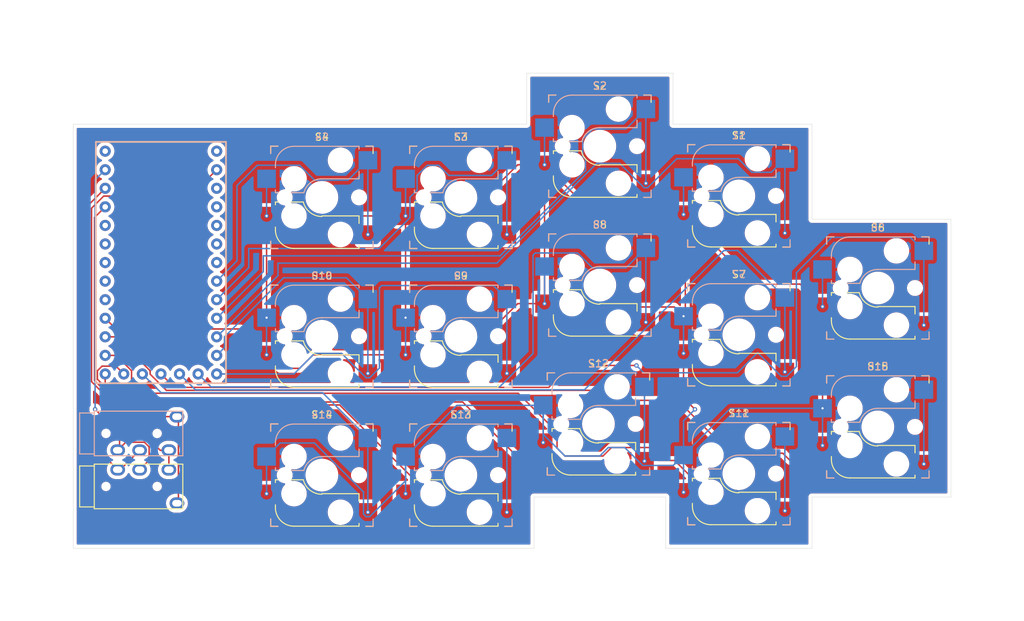
<source format=kicad_pcb>
(kicad_pcb (version 20241229) (generator "pcbnew") (generator_version "9.0")
  (layers (0 "F.Cu" signal) (2 "B.Cu" signal) (13 "F.Paste" user) (15 "B.Paste" user) (5 "F.SilkS" user "F.Silkscreen") (7 "B.SilkS" user "B.Silkscreen") (1 "F.Mask" user) (3 "B.Mask" user) (25 "Edge.Cuts" user))
  (net 0 "")
  (net 1 "Net-(U1-GP22)")
  (net 4 "Net-(U1-GP13)")
  (net 5 "Net-(U1-GP21)")
  (net 6 "Net-(U1-GP27)")
  (net 7 "Net-(U1-GP23)")
  (net 8 "Net-(U1-GP12)")
  (net 9 "Net-(U1-GP20)")
  (net 11 "Net-(U1-GP15)")
  (net 13 "Net-(U1-GP14)")
  (net 14 "Net-(U1-GP8)")
  (net 17 "Net-(U1-GP7)")
  (net 20 "Net-(U1-GP9)")
  (net 22 "Net-(U1-GP16)")
  (net 24 "Net-(U1-GP26)")
  (net 25 "Net-(U1-GP6)")
  (net 28 "Net-(U2-SLEEVE)")
  (net 29 "Net-(U1-GP1)")
  (net 30 "Net-(U1-5v)")
  (net 31 "Net-(U1-GP0)")
  (footprint "keyswitches_daprice:Kailh_socket_MX_reversible" (layer "F.Cu") (at 152 76.4)
    (property "Reference" "S15")
    (property "Value" "Keyswitch")
  )
  (footprint "keyswitches_daprice:Kailh_socket_MX_reversible" (layer "F.Cu") (at 152 57.4)
    (property "Reference" "S6")
    (property "Value" "Keyswitch")
  )
  (footprint "keyswitches_daprice:Kailh_socket_MX_reversible" (layer "F.Cu") (at 95 45)
    (property "Reference" "S3")
    (property "Value" "Keyswitch")
  )
  (footprint "keyswitches_daprice:Kailh_socket_MX_reversible" (layer "F.Cu") (at 76 45)
    (property "Reference" "S4")
    (property "Value" "Keyswitch")
  )
  (footprint "keyswitches_daprice:Kailh_socket_MX_reversible" (layer "F.Cu") (at 133 63.8)
    (property "Reference" "S7")
    (property "Value" "Keyswitch")
  )
  (footprint "ScottoKeebs_MCU:RP2040_Pro_Micro" (layer "F.Cu") (at 54 55.19)
    (property "Reference" "U1" (hide yes))
    (property "Value" "RP2040_Pro_Micro" (hide yes))
  )
  (footprint "keyswitches_daprice:Kailh_socket_MX_reversible" (layer "F.Cu") (at 133 44.8)
    (property "Reference" "S1")
    (property "Value" "Keyswitch")
  )
  (footprint "keyswitches_daprice:Kailh_socket_MX_reversible" (layer "F.Cu") (at 95 64)
    (property "Reference" "S9")
    (property "Value" "Keyswitch")
  )
  (footprint "keyswitches_daprice:Kailh_socket_MX_reversible" (layer "F.Cu") (at 114 38)
    (property "Reference" "S2")
    (property "Value" "Keyswitch")
  )
  (footprint "keyswitches_daprice:Kailh_socket_MX_reversible" (layer "F.Cu") (at 133 82.8)
    (property "Reference" "S11")
    (property "Value" "Keyswitch")
  )
  (footprint "ScottoKeebs_Components:TRRS_PJ-320A" (layer "F.Cu") (at 44.8875 84.55 90)
    (property "Reference" "U2")
    (property "Value" "TRRS" (hide yes))
  )
  (footprint "keyswitches_daprice:Kailh_socket_MX_reversible" (layer "F.Cu") (at 113.81 76)
    (property "Reference" "S12")
    (property "Value" "Keyswitch")
  )
  (footprint "keyswitches_daprice:Kailh_socket_MX_reversible" (layer "F.Cu") (at 114 57)
    (property "Reference" "S8")
    (property "Value" "Keyswitch")
  )
  (footprint "keyswitches_daprice:Kailh_socket_MX_reversible" (layer "F.Cu") (at 76 83)
    (property "Reference" "S14")
    (property "Value" "Keyswitch")
  )
  (footprint "keyswitches_daprice:Kailh_socket_MX_reversible" (layer "F.Cu") (at 95 83)
    (property "Reference" "S13")
    (property "Value" "Keyswitch")
  )
  (footprint "keyswitches_daprice:Kailh_socket_MX_reversible" (layer "F.Cu") (at 76 64)
    (property "Reference" "S10")
    (property "Value" "Keyswitch")
  )
  (footprint "ScottoKeebs_Components:TRRS_PJ-320A" (layer "B.Cu") (at 44.8875 77.3 -90)
    (property "Reference" "U3")
    (property "Value" "TRRS" (hide yes))
  )
  (gr_line (start 123 93) (end 143 93) (stroke (width 0.05)) (layer "Edge.Cuts"))
  (gr_line (start 143 86) (end 162 86) (stroke (width 0.05)) (layer "Edge.Cuts"))
  (gr_line (start 104 35) (end 42 35) (stroke (width 0.05)) (layer "Edge.Cuts"))
  (gr_line (start 162 48) (end 143 48) (stroke (width 0.05)) (layer "Edge.Cuts"))
  (gr_line (start 143 93) (end 143 86) (stroke (width 0.05)) (layer "Edge.Cuts"))
  (gr_line (start 105 86) (end 123 86) (stroke (width 0.05)) (layer "Edge.Cuts"))
  (gr_line (start 143 35) (end 124 35) (stroke (width 0.05)) (layer "Edge.Cuts"))
  (gr_line (start 143 48) (end 143 35) (stroke (width 0.05)) (layer "Edge.Cuts"))
  (gr_line (start 105 93) (end 105 86) (stroke (width 0.05)) (layer "Edge.Cuts"))
  (gr_line (start 42 93) (end 105 93) (stroke (width 0.05)) (layer "Edge.Cuts"))
  (gr_line (start 123 86) (end 123 93) (stroke (width 0.05)) (layer "Edge.Cuts"))
  (gr_line (start 162 86) (end 162 48) (stroke (width 0.05)) (layer "Edge.Cuts"))
  (gr_line (start 124 35) (end 124 28) (stroke (width 0.05)) (layer "Edge.Cuts"))
  (gr_line (start 104 28) (end 104 35) (stroke (width 0.05)) (layer "Edge.Cuts"))
  (gr_line (start 42 35) (end 42 93) (stroke (width 0.05)) (layer "Edge.Cuts"))
  (gr_line (start 124 28) (end 104 28) (stroke (width 0.05)) (layer "Edge.Cuts"))
  (via (at 120.29 43.08) (size 0.6) (drill 0.3) (layers "F.Cu" "B.Cu") (net 1))
  (segment (start 120.29 32.92) (end 117.5549 35.6551) (width 0.2) (layer "B.Cu") (net 1))
  (segment (start 117.5549 35.6551) (end 113.028711 35.6551) (width 0.2) (layer "B.Cu") (net 1))
  (segment (start 113.028711 35.6551) (end 111.6551 37.028711) (width 0.2) (layer "B.Cu") (net 1))
  (segment (start 112.041 39.773291) (end 112.041 41.306709) (width 0.2) (layer "B.Cu") (net 1))
  (segment (start 100.347709 53) (end 68 53) (width 0.2) (layer "B.Cu") (net 1))
  (segment (start 68 53) (end 68 55.16) (width 0.2) (layer "B.Cu") (net 1))
  (segment (start 68 55.16) (end 61.62 61.54) (width 0.2) (layer "B.Cu") (net 1))
  (segment (start 120.29 32.92) (end 120.29 43.08) (width 0.2) (layer "B.Cu") (net 1))
  (segment (start 112.041 41.306709) (end 100.347709 53) (width 0.2) (layer "B.Cu") (net 1))
  (segment (start 111.6551 37.028711) (end 111.6551 39.387391) (width 0.2) (layer "B.Cu") (net 1))
  (segment (start 111.6551 39.387391) (end 112.041 39.773291) (width 0.2) (layer "B.Cu") (net 1))
  (via (at 82.29 88.08) (size 0.6) (drill 0.3) (layers "F.Cu" "B.Cu") (net 4))
  (segment (start 82.29 77.92) (end 76.103 71.733) (width 0.2) (layer "B.Cu") (net 4))
  (segment (start 82.29 77.92) (end 82.29 88.08) (width 0.2) (layer "B.Cu") (net 4))
  (segment (start 54.033 71.733) (end 51.46 69.16) (width 0.2) (layer "B.Cu") (net 4))
  (segment (start 76.103 71.733) (end 54.033 71.733) (width 0.2) (layer "B.Cu") (net 4))
  (via (at 101.29 69.08) (size 0.6) (drill 0.3) (layers "F.Cu" "B.Cu") (net 5))
  (segment (start 75.002809 66.3449) (end 72.187709 69.16) (width 0.2) (layer "B.Cu") (net 5))
  (segment (start 99.439 57.069) (end 84.166 57.069) (width 0.2) (layer "B.Cu") (net 5))
  (segment (start 82.538943 69.681) (end 82.041057 69.681) (width 0.2) (layer "B.Cu") (net 5))
  (segment (start 101.29 58.92) (end 99.439 57.069) (width 0.2) (layer "B.Cu") (net 5))
  (segment (start 78.704957 66.3449) (end 75.002809 66.3449) (width 0.2) (layer "B.Cu") (net 5))
  (segment (start 101.29 58.92) (end 101.29 69.08) (width 0.2) (layer "B.Cu") (net 5))
  (segment (start 72.187709 69.16) (end 61.62 69.16) (width 0.2) (layer "B.Cu") (net 5))
  (segment (start 83.866 68.353943) (end 82.538943 69.681) (width 0.2) (layer "B.Cu") (net 5))
  (segment (start 84.166 57.069) (end 83.866 57.369) (width 0.2) (layer "B.Cu") (net 5))
  (segment (start 82.041057 69.681) (end 78.704957 66.3449) (width 0.2) (layer "B.Cu") (net 5))
  (segment (start 83.866 57.369) (end 83.866 68.353943) (width 0.2) (layer "B.Cu") (net 5))
  (via (at 82.29 50.08) (size 0.6) (drill 0.3) (layers "F.Cu" "B.Cu") (net 6))
  (segment (start 75.002809 42.6551) (end 72.956709 40.609) (width 0.2) (layer "B.Cu") (net 6))
  (segment (start 64.401 43.372) (end 64.401 53.679) (width 0.2) (layer "B.Cu") (net 6))
  (segment (start 72.956709 40.609) (end 67.164 40.609) (width 0.2) (layer "B.Cu") (net 6))
  (segment (start 79.5549 42.6551) (end 75.002809 42.6551) (width 0.2) (layer "B.Cu") (net 6))
  (segment (start 64.401 53.679) (end 61.62 56.46) (width 0.2) (layer "B.Cu") (net 6))
  (segment (start 82.29 39.92) (end 82.29 50.08) (width 0.2) (layer "B.Cu") (net 6))
  (segment (start 67.164 40.609) (end 64.401 43.372) (width 0.2) (layer "B.Cu") (net 6))
  (segment (start 82.29 39.92) (end 79.5549 42.6551) (width 0.2) (layer "B.Cu") (net 6))
  (via (at 82.29 69.08) (size 0.6) (drill 0.3) (layers "F.Cu" "B.Cu") (net 7))
  (segment (start 62.683 65.557) (end 61.62 66.62) (width 0.2) (layer "B.Cu") (net 7))
  (segment (start 82.29 58.92) (end 82.29 69.08) (width 0.2) (layer "B.Cu") (net 7))
  (segment (start 82.29 58.92) (end 79.37 56) (width 0.2) (layer "B.Cu") (net 7))
  (segment (start 79.37 56) (end 70.773 56) (width 0.2) (layer "B.Cu") (net 7))
  (segment (start 62.683 64.09) (end 62.683 65.557) (width 0.2) (layer "B.Cu") (net 7))
  (segment (start 70.773 56) (end 62.683 64.09) (width 0.2) (layer "B.Cu") (net 7))
  (segment (start 45.317 69.8841) (end 45.317 68.71969) (width 0.2) (layer "F.Cu") (net 8))
  (segment (start 45.93969 68.097) (end 47.857 68.097) (width 0.2) (layer "F.Cu") (net 8))
  (segment (start 99.21 86) (end 93.347709 86) (width 0.2) (layer "F.Cu") (net 8))
  (segment (start 93.347709 86) (end 91.956709 87.391) (width 0.2) (layer "F.Cu") (net 8))
  (segment (start 101.29 88.08) (end 99.21 86) (width 0.2) (layer "F.Cu") (net 8))
  (segment (start 91.956709 87.391) (end 90.423291 87.391) (width 0.2) (layer "F.Cu") (net 8))
  (segment (start 89.339 86.306709) (end 89.339 84.312) (width 0.2) (layer "F.Cu") (net 8))
  (segment (start 90.423291 87.391) (end 89.339 86.306709) (width 0.2) (layer "F.Cu") (net 8))
  (segment (start 47.857 68.097) (end 48.92 69.16) (width 0.2) (layer "F.Cu") (net 8))
  (segment (start 48.8339 73.401) (end 45.317 69.8841) (width 0.2) (layer "F.Cu") (net 8))
  (segment (start 78.428 73.401) (end 48.8339 73.401) (width 0.2) (layer "F.Cu") (net 8))
  (segment (start 45.317 68.71969) (end 45.93969 68.097) (width 0.2) (layer "F.Cu") (net 8))
  (segment (start 89.339 84.312) (end 78.428 73.401) (width 0.2) (layer "F.Cu") (net 8))
  (via (at 101.29 88.08) (size 0.6) (drill 0.3) (layers "F.Cu" "B.Cu") (net 8))
  (segment (start 101.29 77.92) (end 101.29 88.08) (width 0.2) (layer "B.Cu") (net 8))
  (via (at 139.29 49.88) (size 0.6) (drill 0.3) (layers "F.Cu" "B.Cu") (net 9))
  (segment (start 132.922291 39.72) (end 124.499943 39.72) (width 0.2) (layer "B.Cu") (net 9))
  (segment (start 113.569909 40.3449) (end 99.914809 54) (width 0.2) (layer "B.Cu") (net 9))
  (segment (start 99.914809 54) (end 70 54) (width 0.2) (layer "B.Cu") (net 9))
  (segment (start 139.29 39.72) (end 139.29 49.88) (width 0.2) (layer "B.Cu") (net 9))
  (segment (start 124.499943 39.72) (end 120.538943 43.681) (width 0.2) (layer "B.Cu") (net 9))
  (segment (start 137.439 41.571) (end 134.773291 41.571) (width 0.2) (layer "B.Cu") (net 9))
  (segment (start 139.29 39.72) (end 137.439 41.571) (width 0.2) (layer "B.Cu") (net 9))
  (segment (start 70 55.7) (end 61.62 64.08) (width 0.2) (layer "B.Cu") (net 9))
  (segment (start 120.538943 43.681) (end 120.041057 43.681) (width 0.2) (layer "B.Cu") (net 9))
  (segment (start 120.041057 43.681) (end 116.704957 40.3449) (width 0.2) (layer "B.Cu") (net 9))
  (segment (start 116.704957 40.3449) (end 113.569909 40.3449) (width 0.2) (layer "B.Cu") (net 9))
  (segment (start 70 54) (end 70 55.7) (width 0.2) (layer "B.Cu") (net 9))
  (segment (start 134.773291 41.571) (end 132.922291 39.72) (width 0.2) (layer "B.Cu") (net 9))
  (via (at 139.29 68.88) (size 0.6) (drill 0.3) (layers "F.Cu" "B.Cu") (net 11))
  (segment (start 132.850943 52.280943) (end 130.939 52.280943) (width 0.2) (layer "B.Cu") (net 11))
  (segment (start 139.29 58.72) (end 132.850943 52.280943) (width 0.2) (layer "B.Cu") (net 11))
  (segment (start 139.29 58.72) (end 139.29 68.88) (width 0.2) (layer "B.Cu") (net 11))
  (segment (start 130.939 52.280943) (end 111.887943 71.332) (width 0.2) (layer "B.Cu") (net 11))
  (segment (start 111.887943 71.332) (end 58.712 71.332) (width 0.2) (layer "B.Cu") (net 11))
  (segment (start 58.712 71.332) (end 56.54 69.16) (width 0.2) (layer "B.Cu") (net 11))
  (segment (start 55.84 71) (end 54 69.16) (width 0.2) (layer "F.Cu") (net 13))
  (segment (start 110 68) (end 107 71) (width 0.2) (layer "F.Cu") (net 13))
  (segment (start 110 68) (end 119 68) (width 0.2) (layer "F.Cu") (net 13))
  (segment (start 107 71) (end 55.84 71) (width 0.2) (layer "F.Cu") (net 13))
  (via (at 119 68) (size 0.6) (drill 0.3) (layers "F.Cu" "B.Cu") (net 13))
  (via (at 158.29 62.48) (size 0.6) (drill 0.3) (layers "F.Cu" "B.Cu") (net 13))
  (segment (start 119 68) (end 120 69) (width 0.2) (layer "B.Cu") (net 13))
  (segment (start 132.802291 69) (end 135.560057 66.242234) (width 0.2) (layer "B.Cu") (net 13))
  (segment (start 135.560057 66.242234) (end 138.798823 69.481) (width 0.2) (layer "B.Cu") (net 13))
  (segment (start 140.866 55.307) (end 145.704 50.469) (width 0.2) (layer "B.Cu") (net 13))
  (segment (start 156.439 50.469) (end 158.29 52.32) (width 0.2) (layer "B.Cu") (net 13))
  (segment (start 120 69) (end 132.802291 69) (width 0.2) (layer "B.Cu") (net 13))
  (segment (start 158.29 52.32) (end 158.29 62.48) (width 0.2) (layer "B.Cu") (net 13))
  (segment (start 140.866 68.153943) (end 140.866 55.307) (width 0.2) (layer "B.Cu") (net 13))
  (segment (start 139.538943 69.481) (end 140.866 68.153943) (width 0.2) (layer "B.Cu") (net 13))
  (segment (start 145.704 50.469) (end 156.439 50.469) (width 0.2) (layer "B.Cu") (net 13))
  (segment (start 138.798823 69.481) (end 139.538943 69.481) (width 0.2) (layer "B.Cu") (net 13))
  (segment (start 115.583291 79.229) (end 114.421291 80.391) (width 0.2) (layer "F.Cu") (net 14))
  (segment (start 132.07 86.029) (end 130.908 87.191) (width 0.2) (layer "F.Cu") (net 14))
  (segment (start 51.802 71.802) (end 49.983 69.983) (width 0.2) (layer "F.Cu") (net 14))
  (segment (start 137.439 86.029) (end 132.07 86.029) (width 0.2) (layer "F.Cu") (net 14))
  (segment (start 121.376 79.229) (end 115.583291 79.229) (width 0.2) (layer "F.Cu") (net 14))
  (segment (start 139.29 87.88) (end 137.439 86.029) (width 0.2) (layer "F.Cu") (net 14))
  (segment (start 102.832257 71.802) (end 51.802 71.802) (width 0.2) (layer "F.Cu") (net 14))
  (segment (start 130.908 87.191) (end 128.423291 87.191) (width 0.2) (layer "F.Cu") (net 14))
  (segment (start 109.233291 80.391) (end 108.149 79.306709) (width 0.2) (layer "F.Cu") (net 14))
  (segment (start 128.423291 87.191) (end 127.016 85.783709) (width 0.2) (layer "F.Cu") (net 14))
  (segment (start 49.983 69.983) (end 49.983 68.71969) (width 0.2) (layer "F.Cu") (net 14))
  (segment (start 49.983 68.71969) (end 47.88331 66.62) (width 0.2) (layer "F.Cu") (net 14))
  (segment (start 108.149 77.118743) (end 102.832257 71.802) (width 0.2) (layer "F.Cu") (net 14))
  (segment (start 122 81) (end 122 79.853) (width 0.2) (layer "F.Cu") (net 14))
  (segment (start 47.88331 66.62) (end 46.38 66.62) (width 0.2) (layer "F.Cu") (net 14))
  (segment (start 108.149 79.306709) (end 108.149 77.118743) (width 0.2) (layer "F.Cu") (net 14))
  (segment (start 114.421291 80.391) (end 109.233291 80.391) (width 0.2) (layer "F.Cu") (net 14))
  (segment (start 127.016 85.783709) (end 127.016 83.789) (width 0.2) (layer "F.Cu") (net 14))
  (segment (start 122 79.853) (end 121.376 79.229) (width 0.2) (layer "F.Cu") (net 14))
  (segment (start 124.227 81) (end 122 81) (width 0.2) (layer "F.Cu") (net 14))
  (segment (start 127.016 83.789) (end 124.227 81) (width 0.2) (layer "F.Cu") (net 14))
  (via (at 139.29 87.88) (size 0.6) (drill 0.3) (layers "F.Cu" "B.Cu") (net 14))
  (segment (start 139.29 77.72) (end 139.29 87.88) (width 0.2) (layer "B.Cu") (net 14))
  (segment (start 54.73769 71.401) (end 52.523 69.18631) (width 0.2) (layer "F.Cu") (net 17))
  (segment (start 139 80) (end 131.849943 80) (width 0.2) (layer "F.Cu") (net 17))
  (segment (start 152.402291 81) (end 140 81) (width 0.2) (layer "F.Cu") (net 17))
  (segment (start 131.849943 80) (end 124.620943 72.771) (width 0.2) (layer "F.Cu") (net 17))
  (segment (start 158.29 81.48) (end 156.439 79.629) (width 0.2) (layer "F.Cu") (net 17))
  (segment (start 115.583291 72.771) (end 114.213291 71.401) (width 0.2) (layer "F.Cu") (net 17))
  (segment (start 52.523 69.18631) (end 52.523 68.71969) (width 0.2) (layer "F.Cu") (net 17))
  (segment (start 156.439 79.629) (end 153.773291 79.629) (width 0.2) (layer "F.Cu") (net 17))
  (segment (start 47.88331 64.08) (end 46.38 64.08) (width 0.2) (layer "F.Cu") (net 17))
  (segment (start 140 81) (end 139 80) (width 0.2) (layer "F.Cu") (net 17))
  (segment (start 153.773291 79.629) (end 152.402291 81) (width 0.2) (layer "F.Cu") (net 17))
  (segment (start 114.213291 71.401) (end 54.73769 71.401) (width 0.2) (layer "F.Cu") (net 17))
  (segment (start 52.523 68.71969) (end 47.88331 64.08) (width 0.2) (layer "F.Cu") (net 17))
  (segment (start 124.620943 72.771) (end 115.583291 72.771) (width 0.2) (layer "F.Cu") (net 17))
  (via (at 158.29 81.48) (size 0.6) (drill 0.3) (layers "F.Cu" "B.Cu") (net 17))
  (segment (start 158.29 71.32) (end 158.29 81.48) (width 0.2) (layer "B.Cu") (net 17))
  (segment (start 105.168709 82.931) (end 95.237709 73) (width 0.2) (layer "F.Cu") (net 20))
  (segment (start 120.1 81.08) (end 118.249 82.931) (width 0.2) (layer "F.Cu") (net 20))
  (segment (start 46.38 70.38) (end 46.38 69.16) (width 0.2) (layer "F.Cu") (net 20))
  (segment (start 118.249 82.931) (end 105.168709 82.931) (width 0.2) (layer "F.Cu") (net 20))
  (segment (start 95.237709 73) (end 49 73) (width 0.2) (layer "F.Cu") (net 20))
  (segment (start 49 73) (end 46.38 70.38) (width 0.2) (layer "F.Cu") (net 20))
  (via (at 120.1 81.08) (size 0.6) (drill 0.3) (layers "F.Cu" "B.Cu") (net 20))
  (segment (start 120.1 70.92) (end 120.1 81.08) (width 0.2) (layer "B.Cu") (net 20))
  (via (at 120.29 62.08) (size 0.6) (drill 0.3) (layers "F.Cu" "B.Cu") (net 22))
  (segment (start 120.29 51.92) (end 117.5549 54.6551) (width 0.2) (layer "B.Cu") (net 22))
  (segment (start 105.164 52.609) (end 104.864 52.909) (width 0.2) (layer "B.Cu") (net 22))
  (segment (start 104.864 66.355943) (end 100.288943 70.931) (width 0.2) (layer "B.Cu") (net 22))
  (segment (start 110.956709 52.609) (end 105.164 52.609) (width 0.2) (layer "B.Cu") (net 22))
  (segment (start 60.851 70.931) (end 59.08 69.16) (width 0.2) (layer "B.Cu") (net 22))
  (segment (start 100.288943 70.931) (end 60.851 70.931) (width 0.2) (layer "B.Cu") (net 22))
  (segment (start 113.002809 54.6551) (end 110.956709 52.609) (width 0.2) (layer "B.Cu") (net 22))
  (segment (start 117.5549 54.6551) (end 113.002809 54.6551) (width 0.2) (layer "B.Cu") (net 22))
  (segment (start 120.29 51.92) (end 120.29 62.08) (width 0.2) (layer "B.Cu") (net 22))
  (segment (start 104.864 52.909) (end 104.864 66.355943) (width 0.2) (layer "B.Cu") (net 22))
  (via (at 101.29 50.08) (size 0.6) (drill 0.3) (layers "F.Cu" "B.Cu") (net 24))
  (segment (start 89.016 44.011) (end 88.041 44.986) (width 0.2) (layer "B.Cu") (net 24))
  (segment (start 101.29 39.92) (end 99.21 42) (width 0.2) (layer "B.Cu") (net 24))
  (segment (start 88.041 44.986) (end 88.041 47.788943) (width 0.2) (layer "B.Cu") (net 24))
  (segment (start 101.29 39.92) (end 101.29 50.08) (width 0.2) (layer "B.Cu") (net 24))
  (segment (start 93.347709 42) (end 91.956709 40.609) (width 0.2) (layer "B.Cu") (net 24))
  (segment (start 89.016 42) (end 89.016 44.011) (width 0.2) (layer "B.Cu") (net 24))
  (segment (start 88.041 47.788943) (end 83.829943 52) (width 0.2) (layer "B.Cu") (net 24))
  (segment (start 83.829943 52) (end 66 52) (width 0.2) (layer "B.Cu") (net 24))
  (segment (start 66 52) (end 66 54.62) (width 0.2) (layer "B.Cu") (net 24))
  (segment (start 99.21 42) (end 93.347709 42) (width 0.2) (layer "B.Cu") (net 24))
  (segment (start 90.407 40.609) (end 89.016 42) (width 0.2) (layer "B.Cu") (net 24))
  (segment (start 91.956709 40.609) (end 90.407 40.609) (width 0.2) (layer "B.Cu") (net 24))
  (segment (start 66 54.62) (end 61.62 59) (width 0.2) (layer "B.Cu") (net 24))
  (segment (start 102.776189 59.54) (end 93.925189 68.391) (width 0.2) (layer "F.Cu") (net 25))
  (segment (start 74.807709 66.54) (end 72.956709 68.391) (width 0.2) (layer "F.Cu") (net 25))
  (segment (start 72.956709 68.391) (end 70.291 68.391) (width 0.2) (layer "F.Cu") (net 25))
  (segment (start 125.44 71.44) (end 126 72) (width 0.2) (layer "F.Cu") (net 25))
  (segment (start 46.38 61.54) (end 47.844 63.004) (width 0.2) (layer "F.Cu") (net 25))
  (segment (start 112.347709 60) (end 110.956709 61.391) (width 0.2) (layer "F.Cu") (net 25))
  (segment (start 89.291 49.391) (end 93.925189 49.391) (width 0.2) (layer "F.Cu") (net 25))
  (segment (start 126 72) (end 126 73) (width 0.2) (layer "F.Cu") (net 25))
  (segment (start 68.44 47.54) (end 70.291 49.391) (width 0.2) (layer "F.Cu") (net 25))
  (segment (start 125.44 47.34) (end 125.685708 47.585708) (width 0.2) (layer "F.Cu") (net 25))
  (segment (start 89.291 68.391) (end 87.44 66.54) (width 0.2) (layer "F.Cu") (net 25))
  (segment (start 124.18 60) (end 112.347709 60) (width 0.2) (layer "F.Cu") (net 25))
  (segment (start 110.956709 61.391) (end 108.291 61.391) (width 0.2) (layer "F.Cu") (net 25))
  (segment (start 64.904 63.004) (end 68.44 66.54) (width 0.2) (layer "F.Cu") (net 25))
  (segment (start 108.291 61.391) (end 106.44 59.54) (width 0.2) (layer "F.Cu") (net 25))
  (segment (start 74.925189 49.391) (end 76.776189 47.54) (width 0.2) (layer "F.Cu") (net 25))
  (segment (start 102.776189 40.54) (end 106.44 40.54) (width 0.2) (layer "F.Cu") (net 25))
  (segment (start 68.44 47.54) (end 68.44 61.46) (width 0.2) (layer "F.Cu") (net 25))
  (segment (start 125.44 47.34) (end 134.969 56.869) (width 0.2) (layer "F.Cu") (net 25))
  (segment (start 106.44 40.54) (end 113.24 47.34) (width 0.2) (layer "F.Cu") (net 25))
  (segment (start 141.369 56.869) (end 144.44 59.94) (width 0.2) (layer "F.Cu") (net 25))
  (segment (start 125.685708 47.585708) (end 125.685708 61.014292) (width 0.2) (layer "F.Cu") (net 25))
  (segment (start 125.44 61.26) (end 124.18 60) (width 0.2) (layer "F.Cu") (net 25))
  (segment (start 134.969 56.869) (end 141.369 56.869) (width 0.2) (layer "F.Cu") (net 25))
  (segment (start 144.44 59.94) (end 144.44 73.86) (width 0.2) (layer "F.Cu") (net 25))
  (segment (start 87.44 47.54) (end 87.44 61.46) (width 0.2) (layer "F.Cu") (net 25))
  (segment (start 87.44 47.54) (end 89.291 49.391) (width 0.2) (layer "F.Cu") (net 25))
  (segment (start 125.685708 61.014292) (end 125.44 61.26) (width 0.2) (layer "F.Cu") (net 25))
  (segment (start 47.844 63.004) (end 64.904 63.004) (width 0.2) (layer "F.Cu") (net 25))
  (segment (start 113.24 47.34) (end 125.44 47.34) (width 0.2) (layer "F.Cu") (net 25))
  (segment (start 70.291 49.391) (end 74.925189 49.391) (width 0.2) (layer "F.Cu") (net 25))
  (segment (start 125.44 66.34) (end 125.44 71.44) (width 0.2) (layer "F.Cu") (net 25))
  (segment (start 93.925189 49.391) (end 102.776189 40.54) (width 0.2) (layer "F.Cu") (net 25))
  (segment (start 87.44 66.54) (end 74.807709 66.54) (width 0.2) (layer "F.Cu") (net 25))
  (segment (start 93.925189 68.391) (end 89.291 68.391) (width 0.2) (layer "F.Cu") (net 25))
  (segment (start 106.44 59.54) (end 102.776189 59.54) (width 0.2) (layer "F.Cu") (net 25))
  (segment (start 70.291 68.391) (end 68.44 66.54) (width 0.2) (layer "F.Cu") (net 25))
  (segment (start 76.776189 47.54) (end 87.44 47.54) (width 0.2) (layer "F.Cu") (net 25))
  (segment (start 126 73) (end 127 74) (width 0.2) (layer "F.Cu") (net 25))
  (segment (start 106.44 40.54) (end 106.44 59.54) (width 0.2) (layer "F.Cu") (net 25))
  (via (at 125.44 85.34) (size 0.6) (drill 0.3) (layers "F.Cu" "B.Cu") (net 25))
  (via (at 125.44 61.26) (size 0.6) (drill 0.3) (layers "F.Cu" "B.Cu") (net 25))
  (via (at 68.44 66.54) (size 0.6) (drill 0.3) (layers "F.Cu" "B.Cu") (net 25))
  (via (at 106.44 40.54) (size 0.6) (drill 0.3) (layers "F.Cu" "B.Cu") (net 25))
  (via (at 87.44 47.54) (size 0.6) (drill 0.3) (layers "F.Cu" "B.Cu") (net 25))
  (via (at 125.44 47.34) (size 0.6) (drill 0.3) (layers "F.Cu" "B.Cu") (net 25))
  (via (at 144.44 59.94) (size 0.6) (drill 0.3) (layers "F.Cu" "B.Cu") (net 25))
  (via (at 68.44 85.54) (size 0.6) (drill 0.3) (layers "F.Cu" "B.Cu") (net 25))
  (via (at 144.44 78.94) (size 0.6) (drill 0.3) (layers "F.Cu" "B.Cu") (net 25))
  (via (at 106.44 59.54) (size 0.6) (drill 0.3) (layers "F.Cu" "B.Cu") (net 25))
  (via (at 106.25 78.54) (size 0.6) (drill 0.3) (layers "F.Cu" "B.Cu") (net 25))
  (via (at 87.44 61.46) (size 0.6) (drill 0.3) (layers "F.Cu" "B.Cu") (net 25))
  (via (at 127 74) (size 0.6) (drill 0.3) (layers "F.Cu" "B.Cu") (net 25))
  (via (at 125.44 66.34) (size 0.6) (drill 0.3) (layers "F.Cu" "B.Cu") (net 25))
  (via (at 87.44 85.54) (size 0.6) (drill 0.3) (layers "F.Cu" "B.Cu") (net 25))
  (via (at 144.44 73.86) (size 0.6) (drill 0.3) (layers "F.Cu" "B.Cu") (net 25))
  (via (at 87.44 66.54) (size 0.6) (drill 0.3) (layers "F.Cu" "B.Cu") (net 25))
  (via (at 68.44 47.54) (size 0.6) (drill 0.3) (layers "F.Cu" "B.Cu") (net 25))
  (via (at 68.44 61.46) (size 0.6) (drill 0.3) (layers "F.Cu" "B.Cu") (net 25))
  (segment (start 74.989257 78.609) (end 81.689 85.308743) (width 0.2) (layer "B.Cu") (net 25))
  (segment (start 87.44 61.46) (end 87.44 66.54) (width 0.2) (layer "B.Cu") (net 25))
  (segment (start 113.9852 80.391) (end 115.1472 79.229) (width 0.2) (layer "B.Cu") (net 25))
  (segment (start 131.84 73.86) (end 144.44 73.86) (width 0.2) (layer "B.Cu") (net 25))
  (segment (start 125.44 42.26) (end 125.44 47.34) (width 0.2) (layer "B.Cu") (net 25))
  (segment (start 109.233291 80.391) (end 113.9852 80.391) (width 0.2) (layer "B.Cu") (net 25))
  (segment (start 125.44 75.56) (end 125.44 80.26) (width 0.2) (layer "B.Cu") (net 25))
  (segment (start 115.1472 79.229) (end 117.399057 79.229) (width 0.2) (layer "B.Cu") (net 25))
  (segment (start 81.689 88.328943) (end 82.041057 88.681) (width 0.2) (layer "B.Cu") (net 25))
  (segment (start 125.44 61.26) (end 125.44 66.34) (width 0.2) (layer "B.Cu") (net 25))
  (segment (start 124.019 81.681) (end 125.44 80.26) (width 0.2) (layer "B.Cu") (net 25))
  (segment (start 68.44 80.46) (end 70.291 78.609) (width 0.2) (layer "B.Cu") (net 25))
  (segment (start 87.44 42.46) (end 87.44 47.54) (width 0.2) (layer "B.Cu") (net 25))
  (segment (start 87.44 83.779943) (end 87.44 80.46) (width 0.2) (layer "B.Cu") (net 25))
  (segment (start 125.44 80.26) (end 125.44 85.34) (width 0.2) (layer "B.Cu") (net 25))
  (segment (start 68.44 80.46) (end 68.44 85.54) (width 0.2) (layer "B.Cu") (net 25))
  (segment (start 117.399057 79.229) (end 119.851057 81.681) (width 0.2) (layer "B.Cu") (net 25))
  (segment (start 82.538943 88.681) (end 87.44 83.779943) (width 0.2) (layer "B.Cu") (net 25))
  (segment (start 81.689 85.308743) (end 81.689 88.328943) (width 0.2) (layer "B.Cu") (net 25))
  (segment (start 68.44 42.46) (end 68.44 47.54) (width 0.2) (layer "B.Cu") (net 25))
  (segment (start 127 74) (end 125.44 75.56) (width 0.2) (layer "B.Cu") (net 25))
  (segment (start 82.041057 88.681) (end 82.538943 88.681) (width 0.2) (layer "B.Cu") (net 25))
  (segment (start 106.44 35.46) (end 106.44 40.54) (width 0.2) (layer "B.Cu") (net 25))
  (segment (start 94.44 73.46) (end 106.25 73.46) (width 0.2) (layer "B.Cu") (net 25))
  (segment (start 106.25 73.46) (end 106.25 77.407709) (width 0.2) (layer "B.Cu") (net 25))
  (segment (start 68.44 61.46) (end 68.44 66.54) (width 0.2) (layer "B.Cu") (net 25))
  (segment (start 106.25 73.46) (end 106.25 78.54) (width 0.2) (layer "B.Cu") (net 25))
  (segment (start 144.44 73.86) (end 144.44 78.94) (width 0.2) (layer "B.Cu") (net 25))
  (segment (start 119.851057 81.681) (end 124.019 81.681) (width 0.2) (layer "B.Cu") (net 25))
  (segment (start 106.44 54.46) (end 106.44 59.54) (width 0.2) (layer "B.Cu") (net 25))
  (segment (start 87.44 80.46) (end 94.44 73.46) (width 0.2) (layer "B.Cu") (net 25))
  (segment (start 70.291 78.609) (end 74.989257 78.609) (width 0.2) (layer "B.Cu") (net 25))
  (segment (start 87.44 80.46) (end 87.44 85.54) (width 0.2) (layer "B.Cu") (net 25))
  (segment (start 125.44 80.26) (end 131.84 73.86) (width 0.2) (layer "B.Cu") (net 25))
  (segment (start 106.25 77.407709) (end 109.233291 80.391) (width 0.2) (layer "B.Cu") (net 25))
  (segment (start 144.44 54.86) (end 144.44 59.94) (width 0.2) (layer "B.Cu") (net 25))
  (segment (start 56.3885 75.201) (end 56.3885 86.649) (width 0.2) (layer "F.Cu") (net 28))
  (segment (start 44.916 70.0502) (end 44.916 47.764) (width 0.2) (layer "F.Cu") (net 28))
  (segment (start 56.1875 75) (end 56.3885 75.201) (width 0.2) (layer "F.Cu") (net 28))
  (segment (start 49.8658 75) (end 44.916 70.0502) (width 0.2) (layer "F.Cu") (net 28))
  (segment (start 56.3885 86.649) (end 56.1875 86.85) (width 0.2) (layer "F.Cu") (net 28))
  (segment (start 44.916 47.764) (end 46.38 46.3) (width 0.2) (layer "F.Cu") (net 28))
  (segment (start 56.1875 75) (end 49.8658 75) (width 0.2) (layer "F.Cu") (net 28))
  (segment (start 44.114 78.2765) (end 44.114 46.026) (width 0.2) (layer "F.Cu") (net 29))
  (segment (start 48.4375 82.25) (end 48.0875 82.25) (width 0.2) (layer "F.Cu") (net 29))
  (segment (start 44.114 46.026) (end 46.38 43.76) (width 0.2) (layer "F.Cu") (net 29))
  (segment (start 48.0875 82.25) (end 44.114 78.2765) (width 0.2) (layer "F.Cu") (net 29))
  (segment (start 51.0875 79.6) (end 48.4375 82.25) (width 0.2) (layer "F.Cu") (net 29))
  (segment (start 58.017 44.823) (end 61.62 41.22) (width 0.2) (layer "F.Cu") (net 30))
  (segment (start 44.515 46.485) (end 46.177 44.823) (width 0.2) (layer "F.Cu") (net 30))
  (segment (start 46.177 44.823) (end 58.017 44.823) (width 0.2) (layer "F.Cu") (net 30))
  (segment (start 53.8987 79.6) (end 44.515 70.2163) (width 0.2) (layer "F.Cu") (net 30))
  (segment (start 44.515 70.2163) (end 44.515 46.485) (width 0.2) (layer "F.Cu") (net 30))
  (segment (start 55.0875 79.6) (end 53.8987 79.6) (width 0.2) (layer "F.Cu") (net 30))
  (segment (start 55.0875 82.25) (end 55.0875 79.6) (width 0.2) (layer "F.Cu") (net 30))
  (segment (start 48.34375 79.34375) (end 48.34375 77.34375) (width 0.2) (layer "F.Cu") (net 31))
  (segment (start 51.743549 78.499) (end 52.3885 79.143951) (width 0.2) (layer "F.Cu") (net 31))
  (segment (start 52.3885 79.143951) (end 52.3885 80.949) (width 0.2) (layer "F.Cu") (net 31))
  (segment (start 48.0875 79.6) (end 49.1885 78.499) (width 0.2) (layer "F.Cu") (net 31))
  (segment (start 52.3885 80.949) (end 51.0875 82.25) (width 0.2) (layer "F.Cu") (net 31))
  (segment (start 48.0875 79.6) (end 48.34375 79.34375) (width 0.2) (layer "F.Cu") (net 31))
  (segment (start 48.34375 77.34375) (end 45 74) (width 0.2) (layer "F.Cu") (net 31))
  (segment (start 49.1885 78.499) (end 51.743549 78.499) (width 0.2) (layer "F.Cu") (net 31))
  (via (at 45 74) (size 0.6) (drill 0.3) (layers "F.Cu" "B.Cu") (net 31))
  (segment (start 45 42.6) (end 46.38 41.22) (width 0.2) (layer "B.Cu") (net 31))
  (segment (start 45 74) (end 45 42.6) (width 0.2) (layer "B.Cu") (net 31))
  (zone (net 0) (net_name "") (layers "F.Cu" "B.Cu") (connect_pads (clearance 0.5)) (min_thickness 0.25) (fill yes (thermal_gap 0.5) (thermal_bridge_width 0.5) (island_removal_mode 1) (island_area_min 10))
    (polygon (pts (xy 35 28) (xy 172 18) (xy 168 103) (xy 32 102)))
  )
)
</source>
